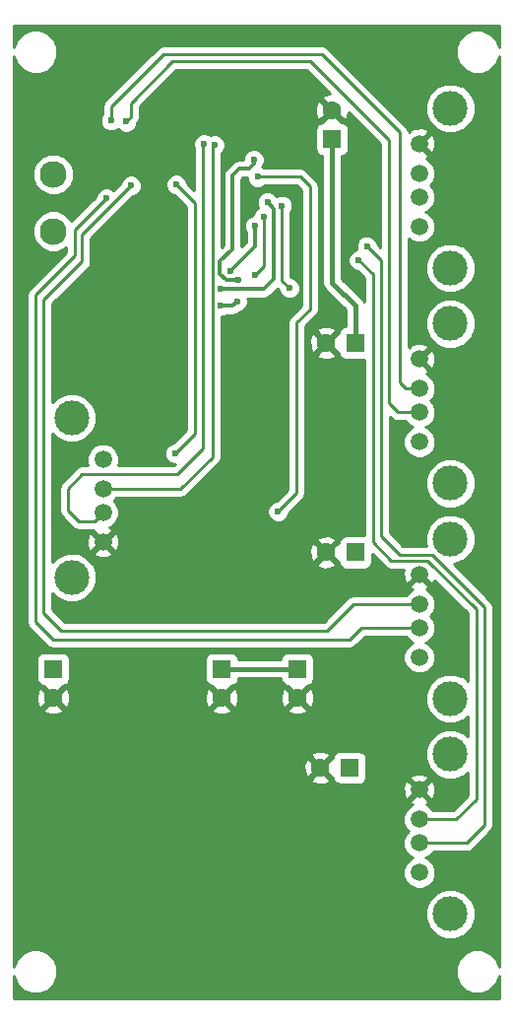
<source format=gbr>
G04 #@! TF.FileFunction,Copper,L2,Bot,Signal*
%FSLAX46Y46*%
G04 Gerber Fmt 4.6, Leading zero omitted, Abs format (unit mm)*
G04 Created by KiCad (PCBNEW 4.0.5) date 08/02/17 15:31:24*
%MOMM*%
%LPD*%
G01*
G04 APERTURE LIST*
%ADD10C,0.100000*%
%ADD11R,1.600000X1.600000*%
%ADD12C,1.600000*%
%ADD13C,1.500000*%
%ADD14C,3.000000*%
%ADD15C,2.300000*%
%ADD16C,0.600000*%
%ADD17C,0.400000*%
%ADD18C,0.300000*%
%ADD19C,0.250000*%
%ADD20C,0.254000*%
G04 APERTURE END LIST*
D10*
D11*
X155500000Y-70500000D03*
D12*
X153000000Y-70500000D03*
D11*
X155500000Y-88500000D03*
D12*
X153000000Y-88500000D03*
D11*
X129500000Y-98500000D03*
D12*
X129500000Y-101000000D03*
D11*
X144000000Y-98500000D03*
D12*
X144000000Y-101000000D03*
D11*
X150500000Y-98500000D03*
D12*
X150500000Y-101000000D03*
D13*
X161000000Y-71890000D03*
X161000000Y-74430000D03*
X161000000Y-76460000D03*
X161000000Y-79000000D03*
D14*
X163670000Y-68840000D03*
X163670000Y-82560000D03*
D13*
X161000000Y-90390000D03*
X161000000Y-92930000D03*
X161000000Y-94960000D03*
X161000000Y-97500000D03*
D14*
X163670000Y-87340000D03*
X163670000Y-101060000D03*
D13*
X161000000Y-53390000D03*
X161000000Y-55930000D03*
X161000000Y-57960000D03*
X161000000Y-60500000D03*
D14*
X163670000Y-50340000D03*
X163670000Y-64060000D03*
D13*
X133800000Y-87610000D03*
X133800000Y-85070000D03*
X133800000Y-83040000D03*
X133800000Y-80500000D03*
D14*
X131130000Y-90660000D03*
X131130000Y-76940000D03*
D13*
X161000000Y-108890000D03*
X161000000Y-111430000D03*
X161000000Y-113460000D03*
X161000000Y-116000000D03*
D14*
X163670000Y-105840000D03*
X163670000Y-119560000D03*
D11*
X153500000Y-53000000D03*
D12*
X153500000Y-50500000D03*
D11*
X155000000Y-107000000D03*
D12*
X152500000Y-107000000D03*
D15*
X129500000Y-56000000D03*
X129500000Y-60900000D03*
D16*
X135420000Y-62910000D03*
X133440000Y-62740000D03*
X146860000Y-60440000D03*
X144740000Y-64290000D03*
X140000000Y-80000000D03*
X140100000Y-56900000D03*
X135800000Y-51500000D03*
X134500000Y-51400000D03*
X134100000Y-58100000D03*
X136200000Y-57000000D03*
X156500000Y-62200000D03*
X155800000Y-63400000D03*
X143400000Y-53500000D03*
X142500000Y-53400000D03*
X148860000Y-84990000D03*
X147100000Y-56240000D03*
X149200000Y-58710000D03*
X149850000Y-65800000D03*
X143880000Y-67330000D03*
X145340000Y-66930000D03*
X145450000Y-65120000D03*
X146770000Y-54760000D03*
X143940000Y-65880000D03*
X147950000Y-58430000D03*
X147610000Y-59690000D03*
X146880000Y-64660000D03*
D17*
X133610000Y-62910000D02*
X135420000Y-62910000D01*
X133440000Y-62740000D02*
X133610000Y-62910000D01*
X155500000Y-70500000D02*
X155500000Y-67320000D01*
X153500000Y-65320000D02*
X153500000Y-53000000D01*
X155500000Y-67320000D02*
X153500000Y-65320000D01*
D18*
X146860000Y-62170000D02*
X146860000Y-60440000D01*
X144740000Y-64290000D02*
X146860000Y-62170000D01*
D17*
X144000000Y-98500000D02*
X150500000Y-98500000D01*
D19*
X141700000Y-78300000D02*
X140000000Y-80000000D01*
X141700000Y-58500000D02*
X141700000Y-78300000D01*
X140100000Y-56900000D02*
X141700000Y-58500000D01*
X159160000Y-76460000D02*
X161000000Y-76460000D01*
X158400000Y-75700000D02*
X159160000Y-76460000D01*
X158400000Y-53100000D02*
X158400000Y-75700000D01*
X151600000Y-46300000D02*
X158400000Y-53100000D01*
X139800000Y-46300000D02*
X151600000Y-46300000D01*
X136200000Y-49900000D02*
X139800000Y-46300000D01*
X136200000Y-51100000D02*
X136200000Y-49900000D01*
X135800000Y-51500000D02*
X136200000Y-51100000D01*
X161000000Y-74430000D02*
X159830000Y-74430000D01*
X134500000Y-50200000D02*
X134500000Y-51400000D01*
X139000000Y-45700000D02*
X134500000Y-50200000D01*
X152600000Y-45700000D02*
X139000000Y-45700000D01*
X159300000Y-52400000D02*
X152600000Y-45700000D01*
X159300000Y-73900000D02*
X159300000Y-52400000D01*
X159830000Y-74430000D02*
X159300000Y-73900000D01*
X156040000Y-94960000D02*
X161000000Y-94960000D01*
X155000000Y-96000000D02*
X156040000Y-94960000D01*
X129500000Y-96000000D02*
X155000000Y-96000000D01*
X128000000Y-94500000D02*
X129500000Y-96000000D01*
X128000000Y-66400000D02*
X128000000Y-94500000D01*
X131400000Y-63000000D02*
X128000000Y-66400000D01*
X131400000Y-60800000D02*
X131400000Y-63000000D01*
X132931801Y-59268199D02*
X131400000Y-60800000D01*
X134100000Y-58100000D02*
X132931801Y-59268199D01*
X155370000Y-92930000D02*
X161000000Y-92930000D01*
X153100000Y-95200000D02*
X155370000Y-92930000D01*
X130200000Y-95200000D02*
X153100000Y-95200000D01*
X128700000Y-93700000D02*
X130200000Y-95200000D01*
X128700000Y-66800000D02*
X128700000Y-93700000D01*
X132000000Y-63500000D02*
X128700000Y-66800000D01*
X132000000Y-61200000D02*
X132000000Y-63500000D01*
X136200000Y-57000000D02*
X132000000Y-61200000D01*
X165040000Y-113460000D02*
X161000000Y-113460000D01*
X166600000Y-111900000D02*
X165040000Y-113460000D01*
X166600000Y-93200000D02*
X166600000Y-111900000D01*
X162100000Y-88700000D02*
X166600000Y-93200000D01*
X159300000Y-88700000D02*
X162100000Y-88700000D01*
X157700000Y-87100000D02*
X159300000Y-88700000D01*
X157700000Y-63400000D02*
X157700000Y-87100000D01*
X156500000Y-62200000D02*
X157700000Y-63400000D01*
X161000000Y-111430000D02*
X164170000Y-111430000D01*
X157000000Y-64600000D02*
X155800000Y-63400000D01*
X157000000Y-87600000D02*
X157000000Y-64600000D01*
X158600000Y-89200000D02*
X157000000Y-87600000D01*
X161700000Y-89200000D02*
X158600000Y-89200000D01*
X165900000Y-93400000D02*
X161700000Y-89200000D01*
X165900000Y-109700000D02*
X165900000Y-93400000D01*
X164170000Y-111430000D02*
X165900000Y-109700000D01*
X140460000Y-83040000D02*
X133800000Y-83040000D01*
X143200000Y-80300000D02*
X140460000Y-83040000D01*
X143200000Y-53700000D02*
X143200000Y-80300000D01*
X143400000Y-53500000D02*
X143200000Y-53700000D01*
X133070000Y-85800000D02*
X133800000Y-85070000D01*
X131700000Y-85800000D02*
X133070000Y-85800000D01*
X130800000Y-84900000D02*
X131700000Y-85800000D01*
X130800000Y-83000000D02*
X130800000Y-84900000D01*
X132000000Y-81800000D02*
X130800000Y-83000000D01*
X140200000Y-81800000D02*
X132000000Y-81800000D01*
X142400000Y-79600000D02*
X140200000Y-81800000D01*
X142400000Y-53500000D02*
X142400000Y-79600000D01*
X142500000Y-53400000D02*
X142400000Y-53500000D01*
X150430000Y-83420000D02*
X148860000Y-84990000D01*
X150430000Y-68760000D02*
X150430000Y-83420000D01*
X151600000Y-67590000D02*
X150430000Y-68760000D01*
X151600000Y-57050000D02*
X151600000Y-67590000D01*
X150770000Y-56220000D02*
X151600000Y-57050000D01*
X147120000Y-56220000D02*
X150770000Y-56220000D01*
X147100000Y-56240000D02*
X147120000Y-56220000D01*
X149200000Y-65150000D02*
X149200000Y-58710000D01*
X149850000Y-65800000D02*
X149200000Y-65150000D01*
D18*
X144940000Y-67330000D02*
X143880000Y-67330000D01*
X145340000Y-66930000D02*
X144940000Y-67330000D01*
X144450000Y-65120000D02*
X145450000Y-65120000D01*
X143870000Y-64540000D02*
X144450000Y-65120000D01*
X143870000Y-63520000D02*
X143870000Y-64540000D01*
X144920000Y-62470000D02*
X143870000Y-63520000D01*
X144920000Y-56140000D02*
X144920000Y-62470000D01*
X145520000Y-55540000D02*
X144920000Y-56140000D01*
X146360000Y-55540000D02*
X145520000Y-55540000D01*
X146770000Y-55130000D02*
X146360000Y-55540000D01*
X146770000Y-54760000D02*
X146770000Y-55130000D01*
X147610000Y-65880000D02*
X143940000Y-65880000D01*
X148500000Y-64990000D02*
X147610000Y-65880000D01*
X148500000Y-58980000D02*
X148500000Y-64990000D01*
X147950000Y-58430000D02*
X148500000Y-58980000D01*
D19*
X147610000Y-63930000D02*
X147610000Y-59690000D01*
X146880000Y-64660000D02*
X147610000Y-63930000D01*
D20*
G36*
X167873000Y-45096864D02*
X167598957Y-44433628D01*
X167069161Y-43902907D01*
X166376595Y-43615328D01*
X165626695Y-43614674D01*
X164933628Y-43901043D01*
X164402907Y-44430839D01*
X164115328Y-45123405D01*
X164114674Y-45873305D01*
X164401043Y-46566372D01*
X164930839Y-47097093D01*
X165623405Y-47384672D01*
X166373305Y-47385326D01*
X167066372Y-47098957D01*
X167597093Y-46569161D01*
X167873000Y-45904704D01*
X167873000Y-124096864D01*
X167598957Y-123433628D01*
X167069161Y-122902907D01*
X166376595Y-122615328D01*
X165626695Y-122614674D01*
X164933628Y-122901043D01*
X164402907Y-123430839D01*
X164115328Y-124123405D01*
X164114674Y-124873305D01*
X164401043Y-125566372D01*
X164930839Y-126097093D01*
X165623405Y-126384672D01*
X166373305Y-126385326D01*
X167066372Y-126098957D01*
X167597093Y-125569161D01*
X167873000Y-124904704D01*
X167873000Y-126790000D01*
X126127000Y-126790000D01*
X126127000Y-124903136D01*
X126401043Y-125566372D01*
X126930839Y-126097093D01*
X127623405Y-126384672D01*
X128373305Y-126385326D01*
X129066372Y-126098957D01*
X129597093Y-125569161D01*
X129884672Y-124876595D01*
X129885326Y-124126695D01*
X129598957Y-123433628D01*
X129069161Y-122902907D01*
X128376595Y-122615328D01*
X127626695Y-122614674D01*
X126933628Y-122901043D01*
X126402907Y-123430839D01*
X126127000Y-124095296D01*
X126127000Y-119982815D01*
X161534630Y-119982815D01*
X161858980Y-120767800D01*
X162459041Y-121368909D01*
X163243459Y-121694628D01*
X164092815Y-121695370D01*
X164877800Y-121371020D01*
X165478909Y-120770959D01*
X165804628Y-119986541D01*
X165805370Y-119137185D01*
X165481020Y-118352200D01*
X164880959Y-117751091D01*
X164096541Y-117425372D01*
X163247185Y-117424630D01*
X162462200Y-117748980D01*
X161861091Y-118349041D01*
X161535372Y-119133459D01*
X161534630Y-119982815D01*
X126127000Y-119982815D01*
X126127000Y-108685171D01*
X159602799Y-108685171D01*
X159630770Y-109235448D01*
X159787540Y-109613923D01*
X160028483Y-109681912D01*
X160820395Y-108890000D01*
X161179605Y-108890000D01*
X161971517Y-109681912D01*
X162212460Y-109613923D01*
X162397201Y-109094829D01*
X162369230Y-108544552D01*
X162212460Y-108166077D01*
X161971517Y-108098088D01*
X161179605Y-108890000D01*
X160820395Y-108890000D01*
X160028483Y-108098088D01*
X159787540Y-108166077D01*
X159602799Y-108685171D01*
X126127000Y-108685171D01*
X126127000Y-108007745D01*
X151671861Y-108007745D01*
X151745995Y-108253864D01*
X152283223Y-108446965D01*
X152853454Y-108419778D01*
X153254005Y-108253864D01*
X153328139Y-108007745D01*
X152500000Y-107179605D01*
X151671861Y-108007745D01*
X126127000Y-108007745D01*
X126127000Y-106783223D01*
X151053035Y-106783223D01*
X151080222Y-107353454D01*
X151246136Y-107754005D01*
X151492255Y-107828139D01*
X152320395Y-107000000D01*
X152679605Y-107000000D01*
X153507745Y-107828139D01*
X153555167Y-107813855D01*
X153596838Y-108035317D01*
X153735910Y-108251441D01*
X153948110Y-108396431D01*
X154200000Y-108447440D01*
X155800000Y-108447440D01*
X156035317Y-108403162D01*
X156251441Y-108264090D01*
X156396431Y-108051890D01*
X156423446Y-107918483D01*
X160208088Y-107918483D01*
X161000000Y-108710395D01*
X161791912Y-107918483D01*
X161723923Y-107677540D01*
X161204829Y-107492799D01*
X160654552Y-107520770D01*
X160276077Y-107677540D01*
X160208088Y-107918483D01*
X156423446Y-107918483D01*
X156447440Y-107800000D01*
X156447440Y-106200000D01*
X156403162Y-105964683D01*
X156264090Y-105748559D01*
X156051890Y-105603569D01*
X155800000Y-105552560D01*
X154200000Y-105552560D01*
X153964683Y-105596838D01*
X153748559Y-105735910D01*
X153603569Y-105948110D01*
X153555354Y-106186201D01*
X153507745Y-106171861D01*
X152679605Y-107000000D01*
X152320395Y-107000000D01*
X151492255Y-106171861D01*
X151246136Y-106245995D01*
X151053035Y-106783223D01*
X126127000Y-106783223D01*
X126127000Y-105992255D01*
X151671861Y-105992255D01*
X152500000Y-106820395D01*
X153328139Y-105992255D01*
X153254005Y-105746136D01*
X152716777Y-105553035D01*
X152146546Y-105580222D01*
X151745995Y-105746136D01*
X151671861Y-105992255D01*
X126127000Y-105992255D01*
X126127000Y-102007745D01*
X128671861Y-102007745D01*
X128745995Y-102253864D01*
X129283223Y-102446965D01*
X129853454Y-102419778D01*
X130254005Y-102253864D01*
X130328139Y-102007745D01*
X143171861Y-102007745D01*
X143245995Y-102253864D01*
X143783223Y-102446965D01*
X144353454Y-102419778D01*
X144754005Y-102253864D01*
X144828139Y-102007745D01*
X149671861Y-102007745D01*
X149745995Y-102253864D01*
X150283223Y-102446965D01*
X150853454Y-102419778D01*
X151254005Y-102253864D01*
X151328139Y-102007745D01*
X150500000Y-101179605D01*
X149671861Y-102007745D01*
X144828139Y-102007745D01*
X144000000Y-101179605D01*
X143171861Y-102007745D01*
X130328139Y-102007745D01*
X129500000Y-101179605D01*
X128671861Y-102007745D01*
X126127000Y-102007745D01*
X126127000Y-100783223D01*
X128053035Y-100783223D01*
X128080222Y-101353454D01*
X128246136Y-101754005D01*
X128492255Y-101828139D01*
X129320395Y-101000000D01*
X129679605Y-101000000D01*
X130507745Y-101828139D01*
X130753864Y-101754005D01*
X130946965Y-101216777D01*
X130926295Y-100783223D01*
X142553035Y-100783223D01*
X142580222Y-101353454D01*
X142746136Y-101754005D01*
X142992255Y-101828139D01*
X143820395Y-101000000D01*
X144179605Y-101000000D01*
X145007745Y-101828139D01*
X145253864Y-101754005D01*
X145446965Y-101216777D01*
X145426295Y-100783223D01*
X149053035Y-100783223D01*
X149080222Y-101353454D01*
X149246136Y-101754005D01*
X149492255Y-101828139D01*
X150320395Y-101000000D01*
X150679605Y-101000000D01*
X151507745Y-101828139D01*
X151753864Y-101754005D01*
X151946965Y-101216777D01*
X151919778Y-100646546D01*
X151753864Y-100245995D01*
X151507745Y-100171861D01*
X150679605Y-101000000D01*
X150320395Y-101000000D01*
X149492255Y-100171861D01*
X149246136Y-100245995D01*
X149053035Y-100783223D01*
X145426295Y-100783223D01*
X145419778Y-100646546D01*
X145253864Y-100245995D01*
X145007745Y-100171861D01*
X144179605Y-101000000D01*
X143820395Y-101000000D01*
X142992255Y-100171861D01*
X142746136Y-100245995D01*
X142553035Y-100783223D01*
X130926295Y-100783223D01*
X130919778Y-100646546D01*
X130753864Y-100245995D01*
X130507745Y-100171861D01*
X129679605Y-101000000D01*
X129320395Y-101000000D01*
X128492255Y-100171861D01*
X128246136Y-100245995D01*
X128053035Y-100783223D01*
X126127000Y-100783223D01*
X126127000Y-97700000D01*
X128052560Y-97700000D01*
X128052560Y-99300000D01*
X128096838Y-99535317D01*
X128235910Y-99751441D01*
X128448110Y-99896431D01*
X128686201Y-99944646D01*
X128671861Y-99992255D01*
X129500000Y-100820395D01*
X130328139Y-99992255D01*
X130313855Y-99944833D01*
X130535317Y-99903162D01*
X130751441Y-99764090D01*
X130896431Y-99551890D01*
X130947440Y-99300000D01*
X130947440Y-97700000D01*
X142552560Y-97700000D01*
X142552560Y-99300000D01*
X142596838Y-99535317D01*
X142735910Y-99751441D01*
X142948110Y-99896431D01*
X143186201Y-99944646D01*
X143171861Y-99992255D01*
X144000000Y-100820395D01*
X144828139Y-99992255D01*
X144813855Y-99944833D01*
X145035317Y-99903162D01*
X145251441Y-99764090D01*
X145396431Y-99551890D01*
X145440352Y-99335000D01*
X149059146Y-99335000D01*
X149096838Y-99535317D01*
X149235910Y-99751441D01*
X149448110Y-99896431D01*
X149686201Y-99944646D01*
X149671861Y-99992255D01*
X150500000Y-100820395D01*
X151328139Y-99992255D01*
X151313855Y-99944833D01*
X151535317Y-99903162D01*
X151751441Y-99764090D01*
X151896431Y-99551890D01*
X151947440Y-99300000D01*
X151947440Y-97700000D01*
X151903162Y-97464683D01*
X151764090Y-97248559D01*
X151551890Y-97103569D01*
X151300000Y-97052560D01*
X149700000Y-97052560D01*
X149464683Y-97096838D01*
X149248559Y-97235910D01*
X149103569Y-97448110D01*
X149059648Y-97665000D01*
X145440854Y-97665000D01*
X145403162Y-97464683D01*
X145264090Y-97248559D01*
X145051890Y-97103569D01*
X144800000Y-97052560D01*
X143200000Y-97052560D01*
X142964683Y-97096838D01*
X142748559Y-97235910D01*
X142603569Y-97448110D01*
X142552560Y-97700000D01*
X130947440Y-97700000D01*
X130903162Y-97464683D01*
X130764090Y-97248559D01*
X130551890Y-97103569D01*
X130300000Y-97052560D01*
X128700000Y-97052560D01*
X128464683Y-97096838D01*
X128248559Y-97235910D01*
X128103569Y-97448110D01*
X128052560Y-97700000D01*
X126127000Y-97700000D01*
X126127000Y-66400000D01*
X127240000Y-66400000D01*
X127240000Y-94500000D01*
X127297852Y-94790839D01*
X127462599Y-95037401D01*
X128962599Y-96537401D01*
X129209160Y-96702148D01*
X129500000Y-96760000D01*
X155000000Y-96760000D01*
X155290839Y-96702148D01*
X155537401Y-96537401D01*
X156354802Y-95720000D01*
X159815453Y-95720000D01*
X159825169Y-95743515D01*
X160214436Y-96133461D01*
X160446870Y-96229976D01*
X160216485Y-96325169D01*
X159826539Y-96714436D01*
X159615241Y-97223298D01*
X159614760Y-97774285D01*
X159825169Y-98283515D01*
X160214436Y-98673461D01*
X160723298Y-98884759D01*
X161274285Y-98885240D01*
X161783515Y-98674831D01*
X162173461Y-98285564D01*
X162384759Y-97776702D01*
X162385240Y-97225715D01*
X162174831Y-96716485D01*
X161785564Y-96326539D01*
X161553130Y-96230024D01*
X161783515Y-96134831D01*
X162173461Y-95745564D01*
X162384759Y-95236702D01*
X162385240Y-94685715D01*
X162174831Y-94176485D01*
X161943687Y-93944938D01*
X162173461Y-93715564D01*
X162384759Y-93206702D01*
X162385240Y-92655715D01*
X162174831Y-92146485D01*
X161785564Y-91756539D01*
X161569021Y-91666623D01*
X161723923Y-91602460D01*
X161791912Y-91361517D01*
X161000000Y-90569605D01*
X160208088Y-91361517D01*
X160276077Y-91602460D01*
X160442621Y-91661732D01*
X160216485Y-91755169D01*
X159826539Y-92144436D01*
X159815924Y-92170000D01*
X155370000Y-92170000D01*
X155079161Y-92227852D01*
X154832599Y-92392599D01*
X152785198Y-94440000D01*
X130514802Y-94440000D01*
X129460000Y-93385198D01*
X129460000Y-92009066D01*
X129919041Y-92468909D01*
X130703459Y-92794628D01*
X131552815Y-92795370D01*
X132337800Y-92471020D01*
X132938909Y-91870959D01*
X133264628Y-91086541D01*
X133265370Y-90237185D01*
X132963971Y-89507745D01*
X152171861Y-89507745D01*
X152245995Y-89753864D01*
X152783223Y-89946965D01*
X153353454Y-89919778D01*
X153754005Y-89753864D01*
X153828139Y-89507745D01*
X153000000Y-88679605D01*
X152171861Y-89507745D01*
X132963971Y-89507745D01*
X132941020Y-89452200D01*
X132340959Y-88851091D01*
X131691754Y-88581517D01*
X133008088Y-88581517D01*
X133076077Y-88822460D01*
X133595171Y-89007201D01*
X134145448Y-88979230D01*
X134523923Y-88822460D01*
X134591912Y-88581517D01*
X133800000Y-87789605D01*
X133008088Y-88581517D01*
X131691754Y-88581517D01*
X131556541Y-88525372D01*
X130707185Y-88524630D01*
X129922200Y-88848980D01*
X129460000Y-89310374D01*
X129460000Y-87405171D01*
X132402799Y-87405171D01*
X132430770Y-87955448D01*
X132587540Y-88333923D01*
X132828483Y-88401912D01*
X133620395Y-87610000D01*
X133979605Y-87610000D01*
X134771517Y-88401912D01*
X135012460Y-88333923D01*
X135030503Y-88283223D01*
X151553035Y-88283223D01*
X151580222Y-88853454D01*
X151746136Y-89254005D01*
X151992255Y-89328139D01*
X152820395Y-88500000D01*
X151992255Y-87671861D01*
X151746136Y-87745995D01*
X151553035Y-88283223D01*
X135030503Y-88283223D01*
X135197201Y-87814829D01*
X135180805Y-87492255D01*
X152171861Y-87492255D01*
X153000000Y-88320395D01*
X153828139Y-87492255D01*
X153754005Y-87246136D01*
X153216777Y-87053035D01*
X152646546Y-87080222D01*
X152245995Y-87246136D01*
X152171861Y-87492255D01*
X135180805Y-87492255D01*
X135169230Y-87264552D01*
X135012460Y-86886077D01*
X134771517Y-86818088D01*
X133979605Y-87610000D01*
X133620395Y-87610000D01*
X132828483Y-86818088D01*
X132587540Y-86886077D01*
X132402799Y-87405171D01*
X129460000Y-87405171D01*
X129460000Y-83000000D01*
X130040000Y-83000000D01*
X130040000Y-84900000D01*
X130097852Y-85190839D01*
X130262599Y-85437401D01*
X131162599Y-86337401D01*
X131409160Y-86502148D01*
X131700000Y-86560000D01*
X133030234Y-86560000D01*
X133008088Y-86638483D01*
X133800000Y-87430395D01*
X134591912Y-86638483D01*
X134523923Y-86397540D01*
X134357379Y-86338268D01*
X134583515Y-86244831D01*
X134973461Y-85855564D01*
X135184759Y-85346702D01*
X135185240Y-84795715D01*
X134974831Y-84286485D01*
X134743687Y-84054938D01*
X134973461Y-83825564D01*
X134984076Y-83800000D01*
X140460000Y-83800000D01*
X140750839Y-83742148D01*
X140997401Y-83577401D01*
X143737401Y-80837401D01*
X143902148Y-80590839D01*
X143960000Y-80300000D01*
X143960000Y-68265070D01*
X144065167Y-68265162D01*
X144408943Y-68123117D01*
X144417074Y-68115000D01*
X144940000Y-68115000D01*
X145240407Y-68055245D01*
X145495079Y-67885079D01*
X145515005Y-67865153D01*
X145525167Y-67865162D01*
X145868943Y-67723117D01*
X146132192Y-67460327D01*
X146274838Y-67116799D01*
X146275162Y-66744833D01*
X146242176Y-66665000D01*
X147610000Y-66665000D01*
X147910407Y-66605245D01*
X148165079Y-66435079D01*
X148787678Y-65812480D01*
X148914878Y-65939680D01*
X148914838Y-65985167D01*
X149056883Y-66328943D01*
X149319673Y-66592192D01*
X149663201Y-66734838D01*
X150035167Y-66735162D01*
X150378943Y-66593117D01*
X150642192Y-66330327D01*
X150784838Y-65986799D01*
X150785162Y-65614833D01*
X150643117Y-65271057D01*
X150380327Y-65007808D01*
X150036799Y-64865162D01*
X149989923Y-64865121D01*
X149960000Y-64835198D01*
X149960000Y-59272463D01*
X149992192Y-59240327D01*
X150134838Y-58896799D01*
X150135162Y-58524833D01*
X149993117Y-58181057D01*
X149730327Y-57917808D01*
X149386799Y-57775162D01*
X149014833Y-57774838D01*
X148733259Y-57891182D01*
X148480327Y-57637808D01*
X148136799Y-57495162D01*
X147764833Y-57494838D01*
X147421057Y-57636883D01*
X147157808Y-57899673D01*
X147015162Y-58243201D01*
X147014838Y-58615167D01*
X147123922Y-58879172D01*
X147081057Y-58896883D01*
X146817808Y-59159673D01*
X146675162Y-59503201D01*
X146675161Y-59504838D01*
X146331057Y-59646883D01*
X146067808Y-59909673D01*
X145925162Y-60253201D01*
X145924838Y-60625167D01*
X146066883Y-60968943D01*
X146075000Y-60977074D01*
X146075000Y-61844842D01*
X145705000Y-62214842D01*
X145705000Y-56465158D01*
X145845158Y-56325000D01*
X146164925Y-56325000D01*
X146164838Y-56425167D01*
X146306883Y-56768943D01*
X146569673Y-57032192D01*
X146913201Y-57174838D01*
X147285167Y-57175162D01*
X147628943Y-57033117D01*
X147682153Y-56980000D01*
X150455198Y-56980000D01*
X150840000Y-57364802D01*
X150840000Y-67275198D01*
X149892599Y-68222599D01*
X149727852Y-68469161D01*
X149670000Y-68760000D01*
X149670000Y-83105198D01*
X148720320Y-84054878D01*
X148674833Y-84054838D01*
X148331057Y-84196883D01*
X148067808Y-84459673D01*
X147925162Y-84803201D01*
X147924838Y-85175167D01*
X148066883Y-85518943D01*
X148329673Y-85782192D01*
X148673201Y-85924838D01*
X149045167Y-85925162D01*
X149388943Y-85783117D01*
X149652192Y-85520327D01*
X149794838Y-85176799D01*
X149794879Y-85129923D01*
X150967401Y-83957401D01*
X151132148Y-83710840D01*
X151190000Y-83420000D01*
X151190000Y-71507745D01*
X152171861Y-71507745D01*
X152245995Y-71753864D01*
X152783223Y-71946965D01*
X153353454Y-71919778D01*
X153754005Y-71753864D01*
X153828139Y-71507745D01*
X153000000Y-70679605D01*
X152171861Y-71507745D01*
X151190000Y-71507745D01*
X151190000Y-70283223D01*
X151553035Y-70283223D01*
X151580222Y-70853454D01*
X151746136Y-71254005D01*
X151992255Y-71328139D01*
X152820395Y-70500000D01*
X151992255Y-69671861D01*
X151746136Y-69745995D01*
X151553035Y-70283223D01*
X151190000Y-70283223D01*
X151190000Y-69492255D01*
X152171861Y-69492255D01*
X153000000Y-70320395D01*
X153828139Y-69492255D01*
X153754005Y-69246136D01*
X153216777Y-69053035D01*
X152646546Y-69080222D01*
X152245995Y-69246136D01*
X152171861Y-69492255D01*
X151190000Y-69492255D01*
X151190000Y-69074802D01*
X152137401Y-68127401D01*
X152302148Y-67880839D01*
X152360000Y-67590000D01*
X152360000Y-57050000D01*
X152335136Y-56925000D01*
X152302148Y-56759160D01*
X152137401Y-56512599D01*
X151307401Y-55682599D01*
X151060839Y-55517852D01*
X150770000Y-55460000D01*
X147642498Y-55460000D01*
X147630327Y-55447808D01*
X147502354Y-55394669D01*
X147513426Y-55339008D01*
X147562192Y-55290327D01*
X147704838Y-54946799D01*
X147705162Y-54574833D01*
X147563117Y-54231057D01*
X147300327Y-53967808D01*
X146956799Y-53825162D01*
X146584833Y-53824838D01*
X146241057Y-53966883D01*
X145977808Y-54229673D01*
X145835162Y-54573201D01*
X145835004Y-54755000D01*
X145520000Y-54755000D01*
X145219593Y-54814755D01*
X144964921Y-54984921D01*
X144364921Y-55584921D01*
X144194755Y-55839593D01*
X144151941Y-56054833D01*
X144135000Y-56140000D01*
X144135000Y-62144842D01*
X143960000Y-62319842D01*
X143960000Y-54262114D01*
X144192192Y-54030327D01*
X144334838Y-53686799D01*
X144335162Y-53314833D01*
X144193117Y-52971057D01*
X143930327Y-52707808D01*
X143586799Y-52565162D01*
X143214833Y-52564838D01*
X143053838Y-52631360D01*
X143030327Y-52607808D01*
X142686799Y-52465162D01*
X142314833Y-52464838D01*
X141971057Y-52606883D01*
X141707808Y-52869673D01*
X141565162Y-53213201D01*
X141564838Y-53585167D01*
X141640000Y-53767073D01*
X141640000Y-57365198D01*
X141035122Y-56760320D01*
X141035162Y-56714833D01*
X140893117Y-56371057D01*
X140630327Y-56107808D01*
X140286799Y-55965162D01*
X139914833Y-55964838D01*
X139571057Y-56106883D01*
X139307808Y-56369673D01*
X139165162Y-56713201D01*
X139164838Y-57085167D01*
X139306883Y-57428943D01*
X139569673Y-57692192D01*
X139913201Y-57834838D01*
X139960077Y-57834879D01*
X140940000Y-58814802D01*
X140940000Y-77985198D01*
X139860320Y-79064878D01*
X139814833Y-79064838D01*
X139471057Y-79206883D01*
X139207808Y-79469673D01*
X139065162Y-79813201D01*
X139064838Y-80185167D01*
X139206883Y-80528943D01*
X139469673Y-80792192D01*
X139813201Y-80934838D01*
X139990206Y-80934992D01*
X139885198Y-81040000D01*
X135075428Y-81040000D01*
X135184759Y-80776702D01*
X135185240Y-80225715D01*
X134974831Y-79716485D01*
X134585564Y-79326539D01*
X134076702Y-79115241D01*
X133525715Y-79114760D01*
X133016485Y-79325169D01*
X132626539Y-79714436D01*
X132415241Y-80223298D01*
X132414760Y-80774285D01*
X132524551Y-81040000D01*
X132000000Y-81040000D01*
X131709160Y-81097852D01*
X131462599Y-81262599D01*
X130262599Y-82462599D01*
X130097852Y-82709161D01*
X130040000Y-83000000D01*
X129460000Y-83000000D01*
X129460000Y-78289066D01*
X129919041Y-78748909D01*
X130703459Y-79074628D01*
X131552815Y-79075370D01*
X132337800Y-78751020D01*
X132938909Y-78150959D01*
X133264628Y-77366541D01*
X133265370Y-76517185D01*
X132941020Y-75732200D01*
X132340959Y-75131091D01*
X131556541Y-74805372D01*
X130707185Y-74804630D01*
X129922200Y-75128980D01*
X129460000Y-75590374D01*
X129460000Y-67114802D01*
X132537401Y-64037401D01*
X132702148Y-63790839D01*
X132760000Y-63500000D01*
X132760000Y-61514802D01*
X136339680Y-57935122D01*
X136385167Y-57935162D01*
X136728943Y-57793117D01*
X136992192Y-57530327D01*
X137134838Y-57186799D01*
X137135162Y-56814833D01*
X136993117Y-56471057D01*
X136730327Y-56207808D01*
X136386799Y-56065162D01*
X136014833Y-56064838D01*
X135671057Y-56206883D01*
X135407808Y-56469673D01*
X135265162Y-56813201D01*
X135265121Y-56860077D01*
X134723777Y-57401421D01*
X134630327Y-57307808D01*
X134286799Y-57165162D01*
X133914833Y-57164838D01*
X133571057Y-57306883D01*
X133307808Y-57569673D01*
X133165162Y-57913201D01*
X133165121Y-57960077D01*
X131078709Y-60046489D01*
X131014132Y-59890200D01*
X130512441Y-59387633D01*
X129856616Y-59115311D01*
X129146499Y-59114691D01*
X128490200Y-59385868D01*
X127987633Y-59887559D01*
X127715311Y-60543384D01*
X127714691Y-61253501D01*
X127985868Y-61909800D01*
X128487559Y-62412367D01*
X129143384Y-62684689D01*
X129853501Y-62685309D01*
X130509800Y-62414132D01*
X130640000Y-62284159D01*
X130640000Y-62685198D01*
X127462599Y-65862599D01*
X127297852Y-66109161D01*
X127240000Y-66400000D01*
X126127000Y-66400000D01*
X126127000Y-56353501D01*
X127714691Y-56353501D01*
X127985868Y-57009800D01*
X128487559Y-57512367D01*
X129143384Y-57784689D01*
X129853501Y-57785309D01*
X130509800Y-57514132D01*
X131012367Y-57012441D01*
X131284689Y-56356616D01*
X131285309Y-55646499D01*
X131014132Y-54990200D01*
X130512441Y-54487633D01*
X129856616Y-54215311D01*
X129146499Y-54214691D01*
X128490200Y-54485868D01*
X127987633Y-54987559D01*
X127715311Y-55643384D01*
X127714691Y-56353501D01*
X126127000Y-56353501D01*
X126127000Y-51585167D01*
X133564838Y-51585167D01*
X133706883Y-51928943D01*
X133969673Y-52192192D01*
X134313201Y-52334838D01*
X134685167Y-52335162D01*
X135028943Y-52193117D01*
X135099981Y-52122203D01*
X135269673Y-52292192D01*
X135613201Y-52434838D01*
X135985167Y-52435162D01*
X136328943Y-52293117D01*
X136592192Y-52030327D01*
X136734838Y-51686799D01*
X136734879Y-51639923D01*
X136737401Y-51637401D01*
X136902148Y-51390840D01*
X136937158Y-51214833D01*
X136960000Y-51100000D01*
X136960000Y-50283223D01*
X152053035Y-50283223D01*
X152080222Y-50853454D01*
X152246136Y-51254005D01*
X152492255Y-51328139D01*
X153320395Y-50500000D01*
X152492255Y-49671861D01*
X152246136Y-49745995D01*
X152053035Y-50283223D01*
X136960000Y-50283223D01*
X136960000Y-50214802D01*
X140114802Y-47060000D01*
X151285198Y-47060000D01*
X153298190Y-49072992D01*
X153146546Y-49080222D01*
X152745995Y-49246136D01*
X152671861Y-49492255D01*
X153500000Y-50320395D01*
X153514142Y-50306252D01*
X153693748Y-50485858D01*
X153679605Y-50500000D01*
X154507745Y-51328139D01*
X154753864Y-51254005D01*
X154945646Y-50720448D01*
X157640000Y-53414802D01*
X157640000Y-62265198D01*
X157435122Y-62060320D01*
X157435162Y-62014833D01*
X157293117Y-61671057D01*
X157030327Y-61407808D01*
X156686799Y-61265162D01*
X156314833Y-61264838D01*
X155971057Y-61406883D01*
X155707808Y-61669673D01*
X155565162Y-62013201D01*
X155564838Y-62385167D01*
X155600247Y-62470865D01*
X155271057Y-62606883D01*
X155007808Y-62869673D01*
X154865162Y-63213201D01*
X154864838Y-63585167D01*
X155006883Y-63928943D01*
X155269673Y-64192192D01*
X155613201Y-64334838D01*
X155660077Y-64334879D01*
X156240000Y-64914802D01*
X156240000Y-66953407D01*
X156090434Y-66729566D01*
X154335000Y-64974132D01*
X154335000Y-54440854D01*
X154535317Y-54403162D01*
X154751441Y-54264090D01*
X154896431Y-54051890D01*
X154947440Y-53800000D01*
X154947440Y-52200000D01*
X154903162Y-51964683D01*
X154764090Y-51748559D01*
X154551890Y-51603569D01*
X154313799Y-51555354D01*
X154328139Y-51507745D01*
X153500000Y-50679605D01*
X152671861Y-51507745D01*
X152686145Y-51555167D01*
X152464683Y-51596838D01*
X152248559Y-51735910D01*
X152103569Y-51948110D01*
X152052560Y-52200000D01*
X152052560Y-53800000D01*
X152096838Y-54035317D01*
X152235910Y-54251441D01*
X152448110Y-54396431D01*
X152665000Y-54440352D01*
X152665000Y-65320000D01*
X152728561Y-65639541D01*
X152866008Y-65845245D01*
X152909566Y-65910434D01*
X154665000Y-67665868D01*
X154665000Y-69059146D01*
X154464683Y-69096838D01*
X154248559Y-69235910D01*
X154103569Y-69448110D01*
X154055354Y-69686201D01*
X154007745Y-69671861D01*
X153179605Y-70500000D01*
X154007745Y-71328139D01*
X154055167Y-71313855D01*
X154096838Y-71535317D01*
X154235910Y-71751441D01*
X154448110Y-71896431D01*
X154700000Y-71947440D01*
X156240000Y-71947440D01*
X156240000Y-87052560D01*
X154700000Y-87052560D01*
X154464683Y-87096838D01*
X154248559Y-87235910D01*
X154103569Y-87448110D01*
X154055354Y-87686201D01*
X154007745Y-87671861D01*
X153179605Y-88500000D01*
X154007745Y-89328139D01*
X154055167Y-89313855D01*
X154096838Y-89535317D01*
X154235910Y-89751441D01*
X154448110Y-89896431D01*
X154700000Y-89947440D01*
X156300000Y-89947440D01*
X156535317Y-89903162D01*
X156751441Y-89764090D01*
X156896431Y-89551890D01*
X156947440Y-89300000D01*
X156947440Y-88622242D01*
X158062599Y-89737401D01*
X158309161Y-89902148D01*
X158600000Y-89960000D01*
X159682935Y-89960000D01*
X159602799Y-90185171D01*
X159630770Y-90735448D01*
X159787540Y-91113923D01*
X160028483Y-91181912D01*
X160820395Y-90390000D01*
X160806253Y-90375858D01*
X160985858Y-90196253D01*
X161000000Y-90210395D01*
X161014143Y-90196253D01*
X161193748Y-90375858D01*
X161179605Y-90390000D01*
X161971517Y-91181912D01*
X162212460Y-91113923D01*
X162298201Y-90873003D01*
X165140000Y-93714802D01*
X165140000Y-99510584D01*
X164880959Y-99251091D01*
X164096541Y-98925372D01*
X163247185Y-98924630D01*
X162462200Y-99248980D01*
X161861091Y-99849041D01*
X161535372Y-100633459D01*
X161534630Y-101482815D01*
X161858980Y-102267800D01*
X162459041Y-102868909D01*
X163243459Y-103194628D01*
X164092815Y-103195370D01*
X164877800Y-102871020D01*
X165140000Y-102609277D01*
X165140000Y-104290584D01*
X164880959Y-104031091D01*
X164096541Y-103705372D01*
X163247185Y-103704630D01*
X162462200Y-104028980D01*
X161861091Y-104629041D01*
X161535372Y-105413459D01*
X161534630Y-106262815D01*
X161858980Y-107047800D01*
X162459041Y-107648909D01*
X163243459Y-107974628D01*
X164092815Y-107975370D01*
X164877800Y-107651020D01*
X165140000Y-107389277D01*
X165140000Y-109385198D01*
X163855198Y-110670000D01*
X162184547Y-110670000D01*
X162174831Y-110646485D01*
X161785564Y-110256539D01*
X161569021Y-110166623D01*
X161723923Y-110102460D01*
X161791912Y-109861517D01*
X161000000Y-109069605D01*
X160208088Y-109861517D01*
X160276077Y-110102460D01*
X160442621Y-110161732D01*
X160216485Y-110255169D01*
X159826539Y-110644436D01*
X159615241Y-111153298D01*
X159614760Y-111704285D01*
X159825169Y-112213515D01*
X160056313Y-112445062D01*
X159826539Y-112674436D01*
X159615241Y-113183298D01*
X159614760Y-113734285D01*
X159825169Y-114243515D01*
X160214436Y-114633461D01*
X160446870Y-114729976D01*
X160216485Y-114825169D01*
X159826539Y-115214436D01*
X159615241Y-115723298D01*
X159614760Y-116274285D01*
X159825169Y-116783515D01*
X160214436Y-117173461D01*
X160723298Y-117384759D01*
X161274285Y-117385240D01*
X161783515Y-117174831D01*
X162173461Y-116785564D01*
X162384759Y-116276702D01*
X162385240Y-115725715D01*
X162174831Y-115216485D01*
X161785564Y-114826539D01*
X161553130Y-114730024D01*
X161783515Y-114634831D01*
X162173461Y-114245564D01*
X162184076Y-114220000D01*
X165040000Y-114220000D01*
X165330839Y-114162148D01*
X165577401Y-113997401D01*
X167137401Y-112437401D01*
X167302148Y-112190839D01*
X167360000Y-111900000D01*
X167360000Y-93200000D01*
X167302148Y-92909161D01*
X167137401Y-92662599D01*
X163950047Y-89475245D01*
X164092815Y-89475370D01*
X164877800Y-89151020D01*
X165478909Y-88550959D01*
X165804628Y-87766541D01*
X165805370Y-86917185D01*
X165481020Y-86132200D01*
X164880959Y-85531091D01*
X164096541Y-85205372D01*
X163247185Y-85204630D01*
X162462200Y-85528980D01*
X161861091Y-86129041D01*
X161535372Y-86913459D01*
X161534630Y-87762815D01*
X161607842Y-87940000D01*
X159614802Y-87940000D01*
X158460000Y-86785198D01*
X158460000Y-82982815D01*
X161534630Y-82982815D01*
X161858980Y-83767800D01*
X162459041Y-84368909D01*
X163243459Y-84694628D01*
X164092815Y-84695370D01*
X164877800Y-84371020D01*
X165478909Y-83770959D01*
X165804628Y-82986541D01*
X165805370Y-82137185D01*
X165481020Y-81352200D01*
X164880959Y-80751091D01*
X164096541Y-80425372D01*
X163247185Y-80424630D01*
X162462200Y-80748980D01*
X161861091Y-81349041D01*
X161535372Y-82133459D01*
X161534630Y-82982815D01*
X158460000Y-82982815D01*
X158460000Y-76834802D01*
X158622599Y-76997401D01*
X158869160Y-77162148D01*
X159160000Y-77220000D01*
X159815453Y-77220000D01*
X159825169Y-77243515D01*
X160214436Y-77633461D01*
X160446870Y-77729976D01*
X160216485Y-77825169D01*
X159826539Y-78214436D01*
X159615241Y-78723298D01*
X159614760Y-79274285D01*
X159825169Y-79783515D01*
X160214436Y-80173461D01*
X160723298Y-80384759D01*
X161274285Y-80385240D01*
X161783515Y-80174831D01*
X162173461Y-79785564D01*
X162384759Y-79276702D01*
X162385240Y-78725715D01*
X162174831Y-78216485D01*
X161785564Y-77826539D01*
X161553130Y-77730024D01*
X161783515Y-77634831D01*
X162173461Y-77245564D01*
X162384759Y-76736702D01*
X162385240Y-76185715D01*
X162174831Y-75676485D01*
X161943687Y-75444938D01*
X162173461Y-75215564D01*
X162384759Y-74706702D01*
X162385240Y-74155715D01*
X162174831Y-73646485D01*
X161785564Y-73256539D01*
X161569021Y-73166623D01*
X161723923Y-73102460D01*
X161791912Y-72861517D01*
X161000000Y-72069605D01*
X160985858Y-72083748D01*
X160806253Y-71904143D01*
X160820395Y-71890000D01*
X161179605Y-71890000D01*
X161971517Y-72681912D01*
X162212460Y-72613923D01*
X162397201Y-72094829D01*
X162369230Y-71544552D01*
X162212460Y-71166077D01*
X161971517Y-71098088D01*
X161179605Y-71890000D01*
X160820395Y-71890000D01*
X160806253Y-71875858D01*
X160985858Y-71696253D01*
X161000000Y-71710395D01*
X161791912Y-70918483D01*
X161723923Y-70677540D01*
X161204829Y-70492799D01*
X160654552Y-70520770D01*
X160276077Y-70677540D01*
X160208089Y-70918481D01*
X160093034Y-70803426D01*
X160060000Y-70836460D01*
X160060000Y-69262815D01*
X161534630Y-69262815D01*
X161858980Y-70047800D01*
X162459041Y-70648909D01*
X163243459Y-70974628D01*
X164092815Y-70975370D01*
X164877800Y-70651020D01*
X165478909Y-70050959D01*
X165804628Y-69266541D01*
X165805370Y-68417185D01*
X165481020Y-67632200D01*
X164880959Y-67031091D01*
X164096541Y-66705372D01*
X163247185Y-66704630D01*
X162462200Y-67028980D01*
X161861091Y-67629041D01*
X161535372Y-68413459D01*
X161534630Y-69262815D01*
X160060000Y-69262815D01*
X160060000Y-64482815D01*
X161534630Y-64482815D01*
X161858980Y-65267800D01*
X162459041Y-65868909D01*
X163243459Y-66194628D01*
X164092815Y-66195370D01*
X164877800Y-65871020D01*
X165478909Y-65270959D01*
X165804628Y-64486541D01*
X165805370Y-63637185D01*
X165481020Y-62852200D01*
X164880959Y-62251091D01*
X164096541Y-61925372D01*
X163247185Y-61924630D01*
X162462200Y-62248980D01*
X161861091Y-62849041D01*
X161535372Y-63633459D01*
X161534630Y-64482815D01*
X160060000Y-64482815D01*
X160060000Y-61518756D01*
X160214436Y-61673461D01*
X160723298Y-61884759D01*
X161274285Y-61885240D01*
X161783515Y-61674831D01*
X162173461Y-61285564D01*
X162384759Y-60776702D01*
X162385240Y-60225715D01*
X162174831Y-59716485D01*
X161785564Y-59326539D01*
X161553130Y-59230024D01*
X161783515Y-59134831D01*
X162173461Y-58745564D01*
X162384759Y-58236702D01*
X162385240Y-57685715D01*
X162174831Y-57176485D01*
X161943687Y-56944938D01*
X162173461Y-56715564D01*
X162384759Y-56206702D01*
X162385240Y-55655715D01*
X162174831Y-55146485D01*
X161785564Y-54756539D01*
X161569021Y-54666623D01*
X161723923Y-54602460D01*
X161791912Y-54361517D01*
X161000000Y-53569605D01*
X160985858Y-53583748D01*
X160806253Y-53404143D01*
X160820395Y-53390000D01*
X161179605Y-53390000D01*
X161971517Y-54181912D01*
X162212460Y-54113923D01*
X162397201Y-53594829D01*
X162369230Y-53044552D01*
X162212460Y-52666077D01*
X161971517Y-52598088D01*
X161179605Y-53390000D01*
X160820395Y-53390000D01*
X160806253Y-53375858D01*
X160985858Y-53196253D01*
X161000000Y-53210395D01*
X161791912Y-52418483D01*
X161723923Y-52177540D01*
X161204829Y-51992799D01*
X160654552Y-52020770D01*
X160276077Y-52177540D01*
X160208089Y-52418481D01*
X160093034Y-52303426D01*
X160049458Y-52347002D01*
X160002148Y-52109161D01*
X159837401Y-51862599D01*
X158737617Y-50762815D01*
X161534630Y-50762815D01*
X161858980Y-51547800D01*
X162459041Y-52148909D01*
X163243459Y-52474628D01*
X164092815Y-52475370D01*
X164877800Y-52151020D01*
X165478909Y-51550959D01*
X165804628Y-50766541D01*
X165805370Y-49917185D01*
X165481020Y-49132200D01*
X164880959Y-48531091D01*
X164096541Y-48205372D01*
X163247185Y-48204630D01*
X162462200Y-48528980D01*
X161861091Y-49129041D01*
X161535372Y-49913459D01*
X161534630Y-50762815D01*
X158737617Y-50762815D01*
X153137401Y-45162599D01*
X152890839Y-44997852D01*
X152600000Y-44940000D01*
X139000000Y-44940000D01*
X138709161Y-44997852D01*
X138462599Y-45162599D01*
X133962599Y-49662599D01*
X133797852Y-49909161D01*
X133740000Y-50200000D01*
X133740000Y-50837537D01*
X133707808Y-50869673D01*
X133565162Y-51213201D01*
X133564838Y-51585167D01*
X126127000Y-51585167D01*
X126127000Y-45903136D01*
X126401043Y-46566372D01*
X126930839Y-47097093D01*
X127623405Y-47384672D01*
X128373305Y-47385326D01*
X129066372Y-47098957D01*
X129597093Y-46569161D01*
X129884672Y-45876595D01*
X129885326Y-45126695D01*
X129598957Y-44433628D01*
X129069161Y-43902907D01*
X128376595Y-43615328D01*
X127626695Y-43614674D01*
X126933628Y-43901043D01*
X126402907Y-44430839D01*
X126127000Y-45095296D01*
X126127000Y-43210000D01*
X167873000Y-43210000D01*
X167873000Y-45096864D01*
X167873000Y-45096864D01*
G37*
X167873000Y-45096864D02*
X167598957Y-44433628D01*
X167069161Y-43902907D01*
X166376595Y-43615328D01*
X165626695Y-43614674D01*
X164933628Y-43901043D01*
X164402907Y-44430839D01*
X164115328Y-45123405D01*
X164114674Y-45873305D01*
X164401043Y-46566372D01*
X164930839Y-47097093D01*
X165623405Y-47384672D01*
X166373305Y-47385326D01*
X167066372Y-47098957D01*
X167597093Y-46569161D01*
X167873000Y-45904704D01*
X167873000Y-124096864D01*
X167598957Y-123433628D01*
X167069161Y-122902907D01*
X166376595Y-122615328D01*
X165626695Y-122614674D01*
X164933628Y-122901043D01*
X164402907Y-123430839D01*
X164115328Y-124123405D01*
X164114674Y-124873305D01*
X164401043Y-125566372D01*
X164930839Y-126097093D01*
X165623405Y-126384672D01*
X166373305Y-126385326D01*
X167066372Y-126098957D01*
X167597093Y-125569161D01*
X167873000Y-124904704D01*
X167873000Y-126790000D01*
X126127000Y-126790000D01*
X126127000Y-124903136D01*
X126401043Y-125566372D01*
X126930839Y-126097093D01*
X127623405Y-126384672D01*
X128373305Y-126385326D01*
X129066372Y-126098957D01*
X129597093Y-125569161D01*
X129884672Y-124876595D01*
X129885326Y-124126695D01*
X129598957Y-123433628D01*
X129069161Y-122902907D01*
X128376595Y-122615328D01*
X127626695Y-122614674D01*
X126933628Y-122901043D01*
X126402907Y-123430839D01*
X126127000Y-124095296D01*
X126127000Y-119982815D01*
X161534630Y-119982815D01*
X161858980Y-120767800D01*
X162459041Y-121368909D01*
X163243459Y-121694628D01*
X164092815Y-121695370D01*
X164877800Y-121371020D01*
X165478909Y-120770959D01*
X165804628Y-119986541D01*
X165805370Y-119137185D01*
X165481020Y-118352200D01*
X164880959Y-117751091D01*
X164096541Y-117425372D01*
X163247185Y-117424630D01*
X162462200Y-117748980D01*
X161861091Y-118349041D01*
X161535372Y-119133459D01*
X161534630Y-119982815D01*
X126127000Y-119982815D01*
X126127000Y-108685171D01*
X159602799Y-108685171D01*
X159630770Y-109235448D01*
X159787540Y-109613923D01*
X160028483Y-109681912D01*
X160820395Y-108890000D01*
X161179605Y-108890000D01*
X161971517Y-109681912D01*
X162212460Y-109613923D01*
X162397201Y-109094829D01*
X162369230Y-108544552D01*
X162212460Y-108166077D01*
X161971517Y-108098088D01*
X161179605Y-108890000D01*
X160820395Y-108890000D01*
X160028483Y-108098088D01*
X159787540Y-108166077D01*
X159602799Y-108685171D01*
X126127000Y-108685171D01*
X126127000Y-108007745D01*
X151671861Y-108007745D01*
X151745995Y-108253864D01*
X152283223Y-108446965D01*
X152853454Y-108419778D01*
X153254005Y-108253864D01*
X153328139Y-108007745D01*
X152500000Y-107179605D01*
X151671861Y-108007745D01*
X126127000Y-108007745D01*
X126127000Y-106783223D01*
X151053035Y-106783223D01*
X151080222Y-107353454D01*
X151246136Y-107754005D01*
X151492255Y-107828139D01*
X152320395Y-107000000D01*
X152679605Y-107000000D01*
X153507745Y-107828139D01*
X153555167Y-107813855D01*
X153596838Y-108035317D01*
X153735910Y-108251441D01*
X153948110Y-108396431D01*
X154200000Y-108447440D01*
X155800000Y-108447440D01*
X156035317Y-108403162D01*
X156251441Y-108264090D01*
X156396431Y-108051890D01*
X156423446Y-107918483D01*
X160208088Y-107918483D01*
X161000000Y-108710395D01*
X161791912Y-107918483D01*
X161723923Y-107677540D01*
X161204829Y-107492799D01*
X160654552Y-107520770D01*
X160276077Y-107677540D01*
X160208088Y-107918483D01*
X156423446Y-107918483D01*
X156447440Y-107800000D01*
X156447440Y-106200000D01*
X156403162Y-105964683D01*
X156264090Y-105748559D01*
X156051890Y-105603569D01*
X155800000Y-105552560D01*
X154200000Y-105552560D01*
X153964683Y-105596838D01*
X153748559Y-105735910D01*
X153603569Y-105948110D01*
X153555354Y-106186201D01*
X153507745Y-106171861D01*
X152679605Y-107000000D01*
X152320395Y-107000000D01*
X151492255Y-106171861D01*
X151246136Y-106245995D01*
X151053035Y-106783223D01*
X126127000Y-106783223D01*
X126127000Y-105992255D01*
X151671861Y-105992255D01*
X152500000Y-106820395D01*
X153328139Y-105992255D01*
X153254005Y-105746136D01*
X152716777Y-105553035D01*
X152146546Y-105580222D01*
X151745995Y-105746136D01*
X151671861Y-105992255D01*
X126127000Y-105992255D01*
X126127000Y-102007745D01*
X128671861Y-102007745D01*
X128745995Y-102253864D01*
X129283223Y-102446965D01*
X129853454Y-102419778D01*
X130254005Y-102253864D01*
X130328139Y-102007745D01*
X143171861Y-102007745D01*
X143245995Y-102253864D01*
X143783223Y-102446965D01*
X144353454Y-102419778D01*
X144754005Y-102253864D01*
X144828139Y-102007745D01*
X149671861Y-102007745D01*
X149745995Y-102253864D01*
X150283223Y-102446965D01*
X150853454Y-102419778D01*
X151254005Y-102253864D01*
X151328139Y-102007745D01*
X150500000Y-101179605D01*
X149671861Y-102007745D01*
X144828139Y-102007745D01*
X144000000Y-101179605D01*
X143171861Y-102007745D01*
X130328139Y-102007745D01*
X129500000Y-101179605D01*
X128671861Y-102007745D01*
X126127000Y-102007745D01*
X126127000Y-100783223D01*
X128053035Y-100783223D01*
X128080222Y-101353454D01*
X128246136Y-101754005D01*
X128492255Y-101828139D01*
X129320395Y-101000000D01*
X129679605Y-101000000D01*
X130507745Y-101828139D01*
X130753864Y-101754005D01*
X130946965Y-101216777D01*
X130926295Y-100783223D01*
X142553035Y-100783223D01*
X142580222Y-101353454D01*
X142746136Y-101754005D01*
X142992255Y-101828139D01*
X143820395Y-101000000D01*
X144179605Y-101000000D01*
X145007745Y-101828139D01*
X145253864Y-101754005D01*
X145446965Y-101216777D01*
X145426295Y-100783223D01*
X149053035Y-100783223D01*
X149080222Y-101353454D01*
X149246136Y-101754005D01*
X149492255Y-101828139D01*
X150320395Y-101000000D01*
X150679605Y-101000000D01*
X151507745Y-101828139D01*
X151753864Y-101754005D01*
X151946965Y-101216777D01*
X151919778Y-100646546D01*
X151753864Y-100245995D01*
X151507745Y-100171861D01*
X150679605Y-101000000D01*
X150320395Y-101000000D01*
X149492255Y-100171861D01*
X149246136Y-100245995D01*
X149053035Y-100783223D01*
X145426295Y-100783223D01*
X145419778Y-100646546D01*
X145253864Y-100245995D01*
X145007745Y-100171861D01*
X144179605Y-101000000D01*
X143820395Y-101000000D01*
X142992255Y-100171861D01*
X142746136Y-100245995D01*
X142553035Y-100783223D01*
X130926295Y-100783223D01*
X130919778Y-100646546D01*
X130753864Y-100245995D01*
X130507745Y-100171861D01*
X129679605Y-101000000D01*
X129320395Y-101000000D01*
X128492255Y-100171861D01*
X128246136Y-100245995D01*
X128053035Y-100783223D01*
X126127000Y-100783223D01*
X126127000Y-97700000D01*
X128052560Y-97700000D01*
X128052560Y-99300000D01*
X128096838Y-99535317D01*
X128235910Y-99751441D01*
X128448110Y-99896431D01*
X128686201Y-99944646D01*
X128671861Y-99992255D01*
X129500000Y-100820395D01*
X130328139Y-99992255D01*
X130313855Y-99944833D01*
X130535317Y-99903162D01*
X130751441Y-99764090D01*
X130896431Y-99551890D01*
X130947440Y-99300000D01*
X130947440Y-97700000D01*
X142552560Y-97700000D01*
X142552560Y-99300000D01*
X142596838Y-99535317D01*
X142735910Y-99751441D01*
X142948110Y-99896431D01*
X143186201Y-99944646D01*
X143171861Y-99992255D01*
X144000000Y-100820395D01*
X144828139Y-99992255D01*
X144813855Y-99944833D01*
X145035317Y-99903162D01*
X145251441Y-99764090D01*
X145396431Y-99551890D01*
X145440352Y-99335000D01*
X149059146Y-99335000D01*
X149096838Y-99535317D01*
X149235910Y-99751441D01*
X149448110Y-99896431D01*
X149686201Y-99944646D01*
X149671861Y-99992255D01*
X150500000Y-100820395D01*
X151328139Y-99992255D01*
X151313855Y-99944833D01*
X151535317Y-99903162D01*
X151751441Y-99764090D01*
X151896431Y-99551890D01*
X151947440Y-99300000D01*
X151947440Y-97700000D01*
X151903162Y-97464683D01*
X151764090Y-97248559D01*
X151551890Y-97103569D01*
X151300000Y-97052560D01*
X149700000Y-97052560D01*
X149464683Y-97096838D01*
X149248559Y-97235910D01*
X149103569Y-97448110D01*
X149059648Y-97665000D01*
X145440854Y-97665000D01*
X145403162Y-97464683D01*
X145264090Y-97248559D01*
X145051890Y-97103569D01*
X144800000Y-97052560D01*
X143200000Y-97052560D01*
X142964683Y-97096838D01*
X142748559Y-97235910D01*
X142603569Y-97448110D01*
X142552560Y-97700000D01*
X130947440Y-97700000D01*
X130903162Y-97464683D01*
X130764090Y-97248559D01*
X130551890Y-97103569D01*
X130300000Y-97052560D01*
X128700000Y-97052560D01*
X128464683Y-97096838D01*
X128248559Y-97235910D01*
X128103569Y-97448110D01*
X128052560Y-97700000D01*
X126127000Y-97700000D01*
X126127000Y-66400000D01*
X127240000Y-66400000D01*
X127240000Y-94500000D01*
X127297852Y-94790839D01*
X127462599Y-95037401D01*
X128962599Y-96537401D01*
X129209160Y-96702148D01*
X129500000Y-96760000D01*
X155000000Y-96760000D01*
X155290839Y-96702148D01*
X155537401Y-96537401D01*
X156354802Y-95720000D01*
X159815453Y-95720000D01*
X159825169Y-95743515D01*
X160214436Y-96133461D01*
X160446870Y-96229976D01*
X160216485Y-96325169D01*
X159826539Y-96714436D01*
X159615241Y-97223298D01*
X159614760Y-97774285D01*
X159825169Y-98283515D01*
X160214436Y-98673461D01*
X160723298Y-98884759D01*
X161274285Y-98885240D01*
X161783515Y-98674831D01*
X162173461Y-98285564D01*
X162384759Y-97776702D01*
X162385240Y-97225715D01*
X162174831Y-96716485D01*
X161785564Y-96326539D01*
X161553130Y-96230024D01*
X161783515Y-96134831D01*
X162173461Y-95745564D01*
X162384759Y-95236702D01*
X162385240Y-94685715D01*
X162174831Y-94176485D01*
X161943687Y-93944938D01*
X162173461Y-93715564D01*
X162384759Y-93206702D01*
X162385240Y-92655715D01*
X162174831Y-92146485D01*
X161785564Y-91756539D01*
X161569021Y-91666623D01*
X161723923Y-91602460D01*
X161791912Y-91361517D01*
X161000000Y-90569605D01*
X160208088Y-91361517D01*
X160276077Y-91602460D01*
X160442621Y-91661732D01*
X160216485Y-91755169D01*
X159826539Y-92144436D01*
X159815924Y-92170000D01*
X155370000Y-92170000D01*
X155079161Y-92227852D01*
X154832599Y-92392599D01*
X152785198Y-94440000D01*
X130514802Y-94440000D01*
X129460000Y-93385198D01*
X129460000Y-92009066D01*
X129919041Y-92468909D01*
X130703459Y-92794628D01*
X131552815Y-92795370D01*
X132337800Y-92471020D01*
X132938909Y-91870959D01*
X133264628Y-91086541D01*
X133265370Y-90237185D01*
X132963971Y-89507745D01*
X152171861Y-89507745D01*
X152245995Y-89753864D01*
X152783223Y-89946965D01*
X153353454Y-89919778D01*
X153754005Y-89753864D01*
X153828139Y-89507745D01*
X153000000Y-88679605D01*
X152171861Y-89507745D01*
X132963971Y-89507745D01*
X132941020Y-89452200D01*
X132340959Y-88851091D01*
X131691754Y-88581517D01*
X133008088Y-88581517D01*
X133076077Y-88822460D01*
X133595171Y-89007201D01*
X134145448Y-88979230D01*
X134523923Y-88822460D01*
X134591912Y-88581517D01*
X133800000Y-87789605D01*
X133008088Y-88581517D01*
X131691754Y-88581517D01*
X131556541Y-88525372D01*
X130707185Y-88524630D01*
X129922200Y-88848980D01*
X129460000Y-89310374D01*
X129460000Y-87405171D01*
X132402799Y-87405171D01*
X132430770Y-87955448D01*
X132587540Y-88333923D01*
X132828483Y-88401912D01*
X133620395Y-87610000D01*
X133979605Y-87610000D01*
X134771517Y-88401912D01*
X135012460Y-88333923D01*
X135030503Y-88283223D01*
X151553035Y-88283223D01*
X151580222Y-88853454D01*
X151746136Y-89254005D01*
X151992255Y-89328139D01*
X152820395Y-88500000D01*
X151992255Y-87671861D01*
X151746136Y-87745995D01*
X151553035Y-88283223D01*
X135030503Y-88283223D01*
X135197201Y-87814829D01*
X135180805Y-87492255D01*
X152171861Y-87492255D01*
X153000000Y-88320395D01*
X153828139Y-87492255D01*
X153754005Y-87246136D01*
X153216777Y-87053035D01*
X152646546Y-87080222D01*
X152245995Y-87246136D01*
X152171861Y-87492255D01*
X135180805Y-87492255D01*
X135169230Y-87264552D01*
X135012460Y-86886077D01*
X134771517Y-86818088D01*
X133979605Y-87610000D01*
X133620395Y-87610000D01*
X132828483Y-86818088D01*
X132587540Y-86886077D01*
X132402799Y-87405171D01*
X129460000Y-87405171D01*
X129460000Y-83000000D01*
X130040000Y-83000000D01*
X130040000Y-84900000D01*
X130097852Y-85190839D01*
X130262599Y-85437401D01*
X131162599Y-86337401D01*
X131409160Y-86502148D01*
X131700000Y-86560000D01*
X133030234Y-86560000D01*
X133008088Y-86638483D01*
X133800000Y-87430395D01*
X134591912Y-86638483D01*
X134523923Y-86397540D01*
X134357379Y-86338268D01*
X134583515Y-86244831D01*
X134973461Y-85855564D01*
X135184759Y-85346702D01*
X135185240Y-84795715D01*
X134974831Y-84286485D01*
X134743687Y-84054938D01*
X134973461Y-83825564D01*
X134984076Y-83800000D01*
X140460000Y-83800000D01*
X140750839Y-83742148D01*
X140997401Y-83577401D01*
X143737401Y-80837401D01*
X143902148Y-80590839D01*
X143960000Y-80300000D01*
X143960000Y-68265070D01*
X144065167Y-68265162D01*
X144408943Y-68123117D01*
X144417074Y-68115000D01*
X144940000Y-68115000D01*
X145240407Y-68055245D01*
X145495079Y-67885079D01*
X145515005Y-67865153D01*
X145525167Y-67865162D01*
X145868943Y-67723117D01*
X146132192Y-67460327D01*
X146274838Y-67116799D01*
X146275162Y-66744833D01*
X146242176Y-66665000D01*
X147610000Y-66665000D01*
X147910407Y-66605245D01*
X148165079Y-66435079D01*
X148787678Y-65812480D01*
X148914878Y-65939680D01*
X148914838Y-65985167D01*
X149056883Y-66328943D01*
X149319673Y-66592192D01*
X149663201Y-66734838D01*
X150035167Y-66735162D01*
X150378943Y-66593117D01*
X150642192Y-66330327D01*
X150784838Y-65986799D01*
X150785162Y-65614833D01*
X150643117Y-65271057D01*
X150380327Y-65007808D01*
X150036799Y-64865162D01*
X149989923Y-64865121D01*
X149960000Y-64835198D01*
X149960000Y-59272463D01*
X149992192Y-59240327D01*
X150134838Y-58896799D01*
X150135162Y-58524833D01*
X149993117Y-58181057D01*
X149730327Y-57917808D01*
X149386799Y-57775162D01*
X149014833Y-57774838D01*
X148733259Y-57891182D01*
X148480327Y-57637808D01*
X148136799Y-57495162D01*
X147764833Y-57494838D01*
X147421057Y-57636883D01*
X147157808Y-57899673D01*
X147015162Y-58243201D01*
X147014838Y-58615167D01*
X147123922Y-58879172D01*
X147081057Y-58896883D01*
X146817808Y-59159673D01*
X146675162Y-59503201D01*
X146675161Y-59504838D01*
X146331057Y-59646883D01*
X146067808Y-59909673D01*
X145925162Y-60253201D01*
X145924838Y-60625167D01*
X146066883Y-60968943D01*
X146075000Y-60977074D01*
X146075000Y-61844842D01*
X145705000Y-62214842D01*
X145705000Y-56465158D01*
X145845158Y-56325000D01*
X146164925Y-56325000D01*
X146164838Y-56425167D01*
X146306883Y-56768943D01*
X146569673Y-57032192D01*
X146913201Y-57174838D01*
X147285167Y-57175162D01*
X147628943Y-57033117D01*
X147682153Y-56980000D01*
X150455198Y-56980000D01*
X150840000Y-57364802D01*
X150840000Y-67275198D01*
X149892599Y-68222599D01*
X149727852Y-68469161D01*
X149670000Y-68760000D01*
X149670000Y-83105198D01*
X148720320Y-84054878D01*
X148674833Y-84054838D01*
X148331057Y-84196883D01*
X148067808Y-84459673D01*
X147925162Y-84803201D01*
X147924838Y-85175167D01*
X148066883Y-85518943D01*
X148329673Y-85782192D01*
X148673201Y-85924838D01*
X149045167Y-85925162D01*
X149388943Y-85783117D01*
X149652192Y-85520327D01*
X149794838Y-85176799D01*
X149794879Y-85129923D01*
X150967401Y-83957401D01*
X151132148Y-83710840D01*
X151190000Y-83420000D01*
X151190000Y-71507745D01*
X152171861Y-71507745D01*
X152245995Y-71753864D01*
X152783223Y-71946965D01*
X153353454Y-71919778D01*
X153754005Y-71753864D01*
X153828139Y-71507745D01*
X153000000Y-70679605D01*
X152171861Y-71507745D01*
X151190000Y-71507745D01*
X151190000Y-70283223D01*
X151553035Y-70283223D01*
X151580222Y-70853454D01*
X151746136Y-71254005D01*
X151992255Y-71328139D01*
X152820395Y-70500000D01*
X151992255Y-69671861D01*
X151746136Y-69745995D01*
X151553035Y-70283223D01*
X151190000Y-70283223D01*
X151190000Y-69492255D01*
X152171861Y-69492255D01*
X153000000Y-70320395D01*
X153828139Y-69492255D01*
X153754005Y-69246136D01*
X153216777Y-69053035D01*
X152646546Y-69080222D01*
X152245995Y-69246136D01*
X152171861Y-69492255D01*
X151190000Y-69492255D01*
X151190000Y-69074802D01*
X152137401Y-68127401D01*
X152302148Y-67880839D01*
X152360000Y-67590000D01*
X152360000Y-57050000D01*
X152335136Y-56925000D01*
X152302148Y-56759160D01*
X152137401Y-56512599D01*
X151307401Y-55682599D01*
X151060839Y-55517852D01*
X150770000Y-55460000D01*
X147642498Y-55460000D01*
X147630327Y-55447808D01*
X147502354Y-55394669D01*
X147513426Y-55339008D01*
X147562192Y-55290327D01*
X147704838Y-54946799D01*
X147705162Y-54574833D01*
X147563117Y-54231057D01*
X147300327Y-53967808D01*
X146956799Y-53825162D01*
X146584833Y-53824838D01*
X146241057Y-53966883D01*
X145977808Y-54229673D01*
X145835162Y-54573201D01*
X145835004Y-54755000D01*
X145520000Y-54755000D01*
X145219593Y-54814755D01*
X144964921Y-54984921D01*
X144364921Y-55584921D01*
X144194755Y-55839593D01*
X144151941Y-56054833D01*
X144135000Y-56140000D01*
X144135000Y-62144842D01*
X143960000Y-62319842D01*
X143960000Y-54262114D01*
X144192192Y-54030327D01*
X144334838Y-53686799D01*
X144335162Y-53314833D01*
X144193117Y-52971057D01*
X143930327Y-52707808D01*
X143586799Y-52565162D01*
X143214833Y-52564838D01*
X143053838Y-52631360D01*
X143030327Y-52607808D01*
X142686799Y-52465162D01*
X142314833Y-52464838D01*
X141971057Y-52606883D01*
X141707808Y-52869673D01*
X141565162Y-53213201D01*
X141564838Y-53585167D01*
X141640000Y-53767073D01*
X141640000Y-57365198D01*
X141035122Y-56760320D01*
X141035162Y-56714833D01*
X140893117Y-56371057D01*
X140630327Y-56107808D01*
X140286799Y-55965162D01*
X139914833Y-55964838D01*
X139571057Y-56106883D01*
X139307808Y-56369673D01*
X139165162Y-56713201D01*
X139164838Y-57085167D01*
X139306883Y-57428943D01*
X139569673Y-57692192D01*
X139913201Y-57834838D01*
X139960077Y-57834879D01*
X140940000Y-58814802D01*
X140940000Y-77985198D01*
X139860320Y-79064878D01*
X139814833Y-79064838D01*
X139471057Y-79206883D01*
X139207808Y-79469673D01*
X139065162Y-79813201D01*
X139064838Y-80185167D01*
X139206883Y-80528943D01*
X139469673Y-80792192D01*
X139813201Y-80934838D01*
X139990206Y-80934992D01*
X139885198Y-81040000D01*
X135075428Y-81040000D01*
X135184759Y-80776702D01*
X135185240Y-80225715D01*
X134974831Y-79716485D01*
X134585564Y-79326539D01*
X134076702Y-79115241D01*
X133525715Y-79114760D01*
X133016485Y-79325169D01*
X132626539Y-79714436D01*
X132415241Y-80223298D01*
X132414760Y-80774285D01*
X132524551Y-81040000D01*
X132000000Y-81040000D01*
X131709160Y-81097852D01*
X131462599Y-81262599D01*
X130262599Y-82462599D01*
X130097852Y-82709161D01*
X130040000Y-83000000D01*
X129460000Y-83000000D01*
X129460000Y-78289066D01*
X129919041Y-78748909D01*
X130703459Y-79074628D01*
X131552815Y-79075370D01*
X132337800Y-78751020D01*
X132938909Y-78150959D01*
X133264628Y-77366541D01*
X133265370Y-76517185D01*
X132941020Y-75732200D01*
X132340959Y-75131091D01*
X131556541Y-74805372D01*
X130707185Y-74804630D01*
X129922200Y-75128980D01*
X129460000Y-75590374D01*
X129460000Y-67114802D01*
X132537401Y-64037401D01*
X132702148Y-63790839D01*
X132760000Y-63500000D01*
X132760000Y-61514802D01*
X136339680Y-57935122D01*
X136385167Y-57935162D01*
X136728943Y-57793117D01*
X136992192Y-57530327D01*
X137134838Y-57186799D01*
X137135162Y-56814833D01*
X136993117Y-56471057D01*
X136730327Y-56207808D01*
X136386799Y-56065162D01*
X136014833Y-56064838D01*
X135671057Y-56206883D01*
X135407808Y-56469673D01*
X135265162Y-56813201D01*
X135265121Y-56860077D01*
X134723777Y-57401421D01*
X134630327Y-57307808D01*
X134286799Y-57165162D01*
X133914833Y-57164838D01*
X133571057Y-57306883D01*
X133307808Y-57569673D01*
X133165162Y-57913201D01*
X133165121Y-57960077D01*
X131078709Y-60046489D01*
X131014132Y-59890200D01*
X130512441Y-59387633D01*
X129856616Y-59115311D01*
X129146499Y-59114691D01*
X128490200Y-59385868D01*
X127987633Y-59887559D01*
X127715311Y-60543384D01*
X127714691Y-61253501D01*
X127985868Y-61909800D01*
X128487559Y-62412367D01*
X129143384Y-62684689D01*
X129853501Y-62685309D01*
X130509800Y-62414132D01*
X130640000Y-62284159D01*
X130640000Y-62685198D01*
X127462599Y-65862599D01*
X127297852Y-66109161D01*
X127240000Y-66400000D01*
X126127000Y-66400000D01*
X126127000Y-56353501D01*
X127714691Y-56353501D01*
X127985868Y-57009800D01*
X128487559Y-57512367D01*
X129143384Y-57784689D01*
X129853501Y-57785309D01*
X130509800Y-57514132D01*
X131012367Y-57012441D01*
X131284689Y-56356616D01*
X131285309Y-55646499D01*
X131014132Y-54990200D01*
X130512441Y-54487633D01*
X129856616Y-54215311D01*
X129146499Y-54214691D01*
X128490200Y-54485868D01*
X127987633Y-54987559D01*
X127715311Y-55643384D01*
X127714691Y-56353501D01*
X126127000Y-56353501D01*
X126127000Y-51585167D01*
X133564838Y-51585167D01*
X133706883Y-51928943D01*
X133969673Y-52192192D01*
X134313201Y-52334838D01*
X134685167Y-52335162D01*
X135028943Y-52193117D01*
X135099981Y-52122203D01*
X135269673Y-52292192D01*
X135613201Y-52434838D01*
X135985167Y-52435162D01*
X136328943Y-52293117D01*
X136592192Y-52030327D01*
X136734838Y-51686799D01*
X136734879Y-51639923D01*
X136737401Y-51637401D01*
X136902148Y-51390840D01*
X136937158Y-51214833D01*
X136960000Y-51100000D01*
X136960000Y-50283223D01*
X152053035Y-50283223D01*
X152080222Y-50853454D01*
X152246136Y-51254005D01*
X152492255Y-51328139D01*
X153320395Y-50500000D01*
X152492255Y-49671861D01*
X152246136Y-49745995D01*
X152053035Y-50283223D01*
X136960000Y-50283223D01*
X136960000Y-50214802D01*
X140114802Y-47060000D01*
X151285198Y-47060000D01*
X153298190Y-49072992D01*
X153146546Y-49080222D01*
X152745995Y-49246136D01*
X152671861Y-49492255D01*
X153500000Y-50320395D01*
X153514142Y-50306252D01*
X153693748Y-50485858D01*
X153679605Y-50500000D01*
X154507745Y-51328139D01*
X154753864Y-51254005D01*
X154945646Y-50720448D01*
X157640000Y-53414802D01*
X157640000Y-62265198D01*
X157435122Y-62060320D01*
X157435162Y-62014833D01*
X157293117Y-61671057D01*
X157030327Y-61407808D01*
X156686799Y-61265162D01*
X156314833Y-61264838D01*
X155971057Y-61406883D01*
X155707808Y-61669673D01*
X155565162Y-62013201D01*
X155564838Y-62385167D01*
X155600247Y-62470865D01*
X155271057Y-62606883D01*
X155007808Y-62869673D01*
X154865162Y-63213201D01*
X154864838Y-63585167D01*
X155006883Y-63928943D01*
X155269673Y-64192192D01*
X155613201Y-64334838D01*
X155660077Y-64334879D01*
X156240000Y-64914802D01*
X156240000Y-66953407D01*
X156090434Y-66729566D01*
X154335000Y-64974132D01*
X154335000Y-54440854D01*
X154535317Y-54403162D01*
X154751441Y-54264090D01*
X154896431Y-54051890D01*
X154947440Y-53800000D01*
X154947440Y-52200000D01*
X154903162Y-51964683D01*
X154764090Y-51748559D01*
X154551890Y-51603569D01*
X154313799Y-51555354D01*
X154328139Y-51507745D01*
X153500000Y-50679605D01*
X152671861Y-51507745D01*
X152686145Y-51555167D01*
X152464683Y-51596838D01*
X152248559Y-51735910D01*
X152103569Y-51948110D01*
X152052560Y-52200000D01*
X152052560Y-53800000D01*
X152096838Y-54035317D01*
X152235910Y-54251441D01*
X152448110Y-54396431D01*
X152665000Y-54440352D01*
X152665000Y-65320000D01*
X152728561Y-65639541D01*
X152866008Y-65845245D01*
X152909566Y-65910434D01*
X154665000Y-67665868D01*
X154665000Y-69059146D01*
X154464683Y-69096838D01*
X154248559Y-69235910D01*
X154103569Y-69448110D01*
X154055354Y-69686201D01*
X154007745Y-69671861D01*
X153179605Y-70500000D01*
X154007745Y-71328139D01*
X154055167Y-71313855D01*
X154096838Y-71535317D01*
X154235910Y-71751441D01*
X154448110Y-71896431D01*
X154700000Y-71947440D01*
X156240000Y-71947440D01*
X156240000Y-87052560D01*
X154700000Y-87052560D01*
X154464683Y-87096838D01*
X154248559Y-87235910D01*
X154103569Y-87448110D01*
X154055354Y-87686201D01*
X154007745Y-87671861D01*
X153179605Y-88500000D01*
X154007745Y-89328139D01*
X154055167Y-89313855D01*
X154096838Y-89535317D01*
X154235910Y-89751441D01*
X154448110Y-89896431D01*
X154700000Y-89947440D01*
X156300000Y-89947440D01*
X156535317Y-89903162D01*
X156751441Y-89764090D01*
X156896431Y-89551890D01*
X156947440Y-89300000D01*
X156947440Y-88622242D01*
X158062599Y-89737401D01*
X158309161Y-89902148D01*
X158600000Y-89960000D01*
X159682935Y-89960000D01*
X159602799Y-90185171D01*
X159630770Y-90735448D01*
X159787540Y-91113923D01*
X160028483Y-91181912D01*
X160820395Y-90390000D01*
X160806253Y-90375858D01*
X160985858Y-90196253D01*
X161000000Y-90210395D01*
X161014143Y-90196253D01*
X161193748Y-90375858D01*
X161179605Y-90390000D01*
X161971517Y-91181912D01*
X162212460Y-91113923D01*
X162298201Y-90873003D01*
X165140000Y-93714802D01*
X165140000Y-99510584D01*
X164880959Y-99251091D01*
X164096541Y-98925372D01*
X163247185Y-98924630D01*
X162462200Y-99248980D01*
X161861091Y-99849041D01*
X161535372Y-100633459D01*
X161534630Y-101482815D01*
X161858980Y-102267800D01*
X162459041Y-102868909D01*
X163243459Y-103194628D01*
X164092815Y-103195370D01*
X164877800Y-102871020D01*
X165140000Y-102609277D01*
X165140000Y-104290584D01*
X164880959Y-104031091D01*
X164096541Y-103705372D01*
X163247185Y-103704630D01*
X162462200Y-104028980D01*
X161861091Y-104629041D01*
X161535372Y-105413459D01*
X161534630Y-106262815D01*
X161858980Y-107047800D01*
X162459041Y-107648909D01*
X163243459Y-107974628D01*
X164092815Y-107975370D01*
X164877800Y-107651020D01*
X165140000Y-107389277D01*
X165140000Y-109385198D01*
X163855198Y-110670000D01*
X162184547Y-110670000D01*
X162174831Y-110646485D01*
X161785564Y-110256539D01*
X161569021Y-110166623D01*
X161723923Y-110102460D01*
X161791912Y-109861517D01*
X161000000Y-109069605D01*
X160208088Y-109861517D01*
X160276077Y-110102460D01*
X160442621Y-110161732D01*
X160216485Y-110255169D01*
X159826539Y-110644436D01*
X159615241Y-111153298D01*
X159614760Y-111704285D01*
X159825169Y-112213515D01*
X160056313Y-112445062D01*
X159826539Y-112674436D01*
X159615241Y-113183298D01*
X159614760Y-113734285D01*
X159825169Y-114243515D01*
X160214436Y-114633461D01*
X160446870Y-114729976D01*
X160216485Y-114825169D01*
X159826539Y-115214436D01*
X159615241Y-115723298D01*
X159614760Y-116274285D01*
X159825169Y-116783515D01*
X160214436Y-117173461D01*
X160723298Y-117384759D01*
X161274285Y-117385240D01*
X161783515Y-117174831D01*
X162173461Y-116785564D01*
X162384759Y-116276702D01*
X162385240Y-115725715D01*
X162174831Y-115216485D01*
X161785564Y-114826539D01*
X161553130Y-114730024D01*
X161783515Y-114634831D01*
X162173461Y-114245564D01*
X162184076Y-114220000D01*
X165040000Y-114220000D01*
X165330839Y-114162148D01*
X165577401Y-113997401D01*
X167137401Y-112437401D01*
X167302148Y-112190839D01*
X167360000Y-111900000D01*
X167360000Y-93200000D01*
X167302148Y-92909161D01*
X167137401Y-92662599D01*
X163950047Y-89475245D01*
X164092815Y-89475370D01*
X164877800Y-89151020D01*
X165478909Y-88550959D01*
X165804628Y-87766541D01*
X165805370Y-86917185D01*
X165481020Y-86132200D01*
X164880959Y-85531091D01*
X164096541Y-85205372D01*
X163247185Y-85204630D01*
X162462200Y-85528980D01*
X161861091Y-86129041D01*
X161535372Y-86913459D01*
X161534630Y-87762815D01*
X161607842Y-87940000D01*
X159614802Y-87940000D01*
X158460000Y-86785198D01*
X158460000Y-82982815D01*
X161534630Y-82982815D01*
X161858980Y-83767800D01*
X162459041Y-84368909D01*
X163243459Y-84694628D01*
X164092815Y-84695370D01*
X164877800Y-84371020D01*
X165478909Y-83770959D01*
X165804628Y-82986541D01*
X165805370Y-82137185D01*
X165481020Y-81352200D01*
X164880959Y-80751091D01*
X164096541Y-80425372D01*
X163247185Y-80424630D01*
X162462200Y-80748980D01*
X161861091Y-81349041D01*
X161535372Y-82133459D01*
X161534630Y-82982815D01*
X158460000Y-82982815D01*
X158460000Y-76834802D01*
X158622599Y-76997401D01*
X158869160Y-77162148D01*
X159160000Y-77220000D01*
X159815453Y-77220000D01*
X159825169Y-77243515D01*
X160214436Y-77633461D01*
X160446870Y-77729976D01*
X160216485Y-77825169D01*
X159826539Y-78214436D01*
X159615241Y-78723298D01*
X159614760Y-79274285D01*
X159825169Y-79783515D01*
X160214436Y-80173461D01*
X160723298Y-80384759D01*
X161274285Y-80385240D01*
X161783515Y-80174831D01*
X162173461Y-79785564D01*
X162384759Y-79276702D01*
X162385240Y-78725715D01*
X162174831Y-78216485D01*
X161785564Y-77826539D01*
X161553130Y-77730024D01*
X161783515Y-77634831D01*
X162173461Y-77245564D01*
X162384759Y-76736702D01*
X162385240Y-76185715D01*
X162174831Y-75676485D01*
X161943687Y-75444938D01*
X162173461Y-75215564D01*
X162384759Y-74706702D01*
X162385240Y-74155715D01*
X162174831Y-73646485D01*
X161785564Y-73256539D01*
X161569021Y-73166623D01*
X161723923Y-73102460D01*
X161791912Y-72861517D01*
X161000000Y-72069605D01*
X160985858Y-72083748D01*
X160806253Y-71904143D01*
X160820395Y-71890000D01*
X161179605Y-71890000D01*
X161971517Y-72681912D01*
X162212460Y-72613923D01*
X162397201Y-72094829D01*
X162369230Y-71544552D01*
X162212460Y-71166077D01*
X161971517Y-71098088D01*
X161179605Y-71890000D01*
X160820395Y-71890000D01*
X160806253Y-71875858D01*
X160985858Y-71696253D01*
X161000000Y-71710395D01*
X161791912Y-70918483D01*
X161723923Y-70677540D01*
X161204829Y-70492799D01*
X160654552Y-70520770D01*
X160276077Y-70677540D01*
X160208089Y-70918481D01*
X160093034Y-70803426D01*
X160060000Y-70836460D01*
X160060000Y-69262815D01*
X161534630Y-69262815D01*
X161858980Y-70047800D01*
X162459041Y-70648909D01*
X163243459Y-70974628D01*
X164092815Y-70975370D01*
X164877800Y-70651020D01*
X165478909Y-70050959D01*
X165804628Y-69266541D01*
X165805370Y-68417185D01*
X165481020Y-67632200D01*
X164880959Y-67031091D01*
X164096541Y-66705372D01*
X163247185Y-66704630D01*
X162462200Y-67028980D01*
X161861091Y-67629041D01*
X161535372Y-68413459D01*
X161534630Y-69262815D01*
X160060000Y-69262815D01*
X160060000Y-64482815D01*
X161534630Y-64482815D01*
X161858980Y-65267800D01*
X162459041Y-65868909D01*
X163243459Y-66194628D01*
X164092815Y-66195370D01*
X164877800Y-65871020D01*
X165478909Y-65270959D01*
X165804628Y-64486541D01*
X165805370Y-63637185D01*
X165481020Y-62852200D01*
X164880959Y-62251091D01*
X164096541Y-61925372D01*
X163247185Y-61924630D01*
X162462200Y-62248980D01*
X161861091Y-62849041D01*
X161535372Y-63633459D01*
X161534630Y-64482815D01*
X160060000Y-64482815D01*
X160060000Y-61518756D01*
X160214436Y-61673461D01*
X160723298Y-61884759D01*
X161274285Y-61885240D01*
X161783515Y-61674831D01*
X162173461Y-61285564D01*
X162384759Y-60776702D01*
X162385240Y-60225715D01*
X162174831Y-59716485D01*
X161785564Y-59326539D01*
X161553130Y-59230024D01*
X161783515Y-59134831D01*
X162173461Y-58745564D01*
X162384759Y-58236702D01*
X162385240Y-57685715D01*
X162174831Y-57176485D01*
X161943687Y-56944938D01*
X162173461Y-56715564D01*
X162384759Y-56206702D01*
X162385240Y-55655715D01*
X162174831Y-55146485D01*
X161785564Y-54756539D01*
X161569021Y-54666623D01*
X161723923Y-54602460D01*
X161791912Y-54361517D01*
X161000000Y-53569605D01*
X160985858Y-53583748D01*
X160806253Y-53404143D01*
X160820395Y-53390000D01*
X161179605Y-53390000D01*
X161971517Y-54181912D01*
X162212460Y-54113923D01*
X162397201Y-53594829D01*
X162369230Y-53044552D01*
X162212460Y-52666077D01*
X161971517Y-52598088D01*
X161179605Y-53390000D01*
X160820395Y-53390000D01*
X160806253Y-53375858D01*
X160985858Y-53196253D01*
X161000000Y-53210395D01*
X161791912Y-52418483D01*
X161723923Y-52177540D01*
X161204829Y-51992799D01*
X160654552Y-52020770D01*
X160276077Y-52177540D01*
X160208089Y-52418481D01*
X160093034Y-52303426D01*
X160049458Y-52347002D01*
X160002148Y-52109161D01*
X159837401Y-51862599D01*
X158737617Y-50762815D01*
X161534630Y-50762815D01*
X161858980Y-51547800D01*
X162459041Y-52148909D01*
X163243459Y-52474628D01*
X164092815Y-52475370D01*
X164877800Y-52151020D01*
X165478909Y-51550959D01*
X165804628Y-50766541D01*
X165805370Y-49917185D01*
X165481020Y-49132200D01*
X164880959Y-48531091D01*
X164096541Y-48205372D01*
X163247185Y-48204630D01*
X162462200Y-48528980D01*
X161861091Y-49129041D01*
X161535372Y-49913459D01*
X161534630Y-50762815D01*
X158737617Y-50762815D01*
X153137401Y-45162599D01*
X152890839Y-44997852D01*
X152600000Y-44940000D01*
X139000000Y-44940000D01*
X138709161Y-44997852D01*
X138462599Y-45162599D01*
X133962599Y-49662599D01*
X133797852Y-49909161D01*
X133740000Y-50200000D01*
X133740000Y-50837537D01*
X133707808Y-50869673D01*
X133565162Y-51213201D01*
X133564838Y-51585167D01*
X126127000Y-51585167D01*
X126127000Y-45903136D01*
X126401043Y-46566372D01*
X126930839Y-47097093D01*
X127623405Y-47384672D01*
X128373305Y-47385326D01*
X129066372Y-47098957D01*
X129597093Y-46569161D01*
X129884672Y-45876595D01*
X129885326Y-45126695D01*
X129598957Y-44433628D01*
X129069161Y-43902907D01*
X128376595Y-43615328D01*
X127626695Y-43614674D01*
X126933628Y-43901043D01*
X126402907Y-44430839D01*
X126127000Y-45095296D01*
X126127000Y-43210000D01*
X167873000Y-43210000D01*
X167873000Y-45096864D01*
M02*

</source>
